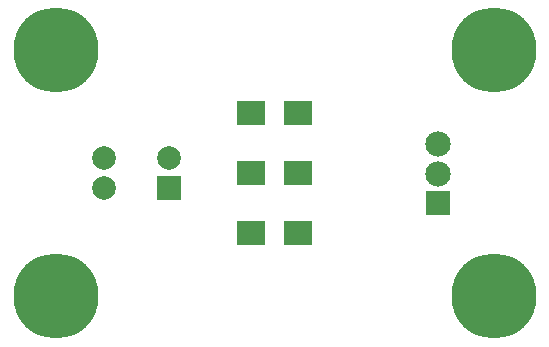
<source format=gbr>
G04 #@! TF.FileFunction,Soldermask,Top*
%FSLAX46Y46*%
G04 Gerber Fmt 4.6, Leading zero omitted, Abs format (unit mm)*
G04 Created by KiCad (PCBNEW 4.0.3+e1-6302~38~ubuntu15.04.1-stable) date Fri Aug 26 22:49:12 2016*
%MOMM*%
%LPD*%
G01*
G04 APERTURE LIST*
%ADD10C,0.100000*%
%ADD11C,7.200000*%
%ADD12R,2.400000X2.100000*%
%ADD13R,2.000000X2.000000*%
%ADD14C,2.000000*%
%ADD15R,2.150000X2.150000*%
%ADD16C,2.150000*%
G04 APERTURE END LIST*
D10*
D11*
X132842000Y-87376000D03*
X169926000Y-87376000D03*
X132842000Y-108204000D03*
X169926000Y-108204000D03*
D12*
X149384000Y-92710000D03*
X153384000Y-92710000D03*
X153384000Y-97790000D03*
X149384000Y-97790000D03*
X153384000Y-102870000D03*
X149384000Y-102870000D03*
D13*
X142450000Y-99060000D03*
D14*
X142450000Y-96520000D03*
X136950000Y-96520000D03*
X136950000Y-99060000D03*
D15*
X165227000Y-100330000D03*
D16*
X165227000Y-97830000D03*
X165227000Y-95330000D03*
M02*

</source>
